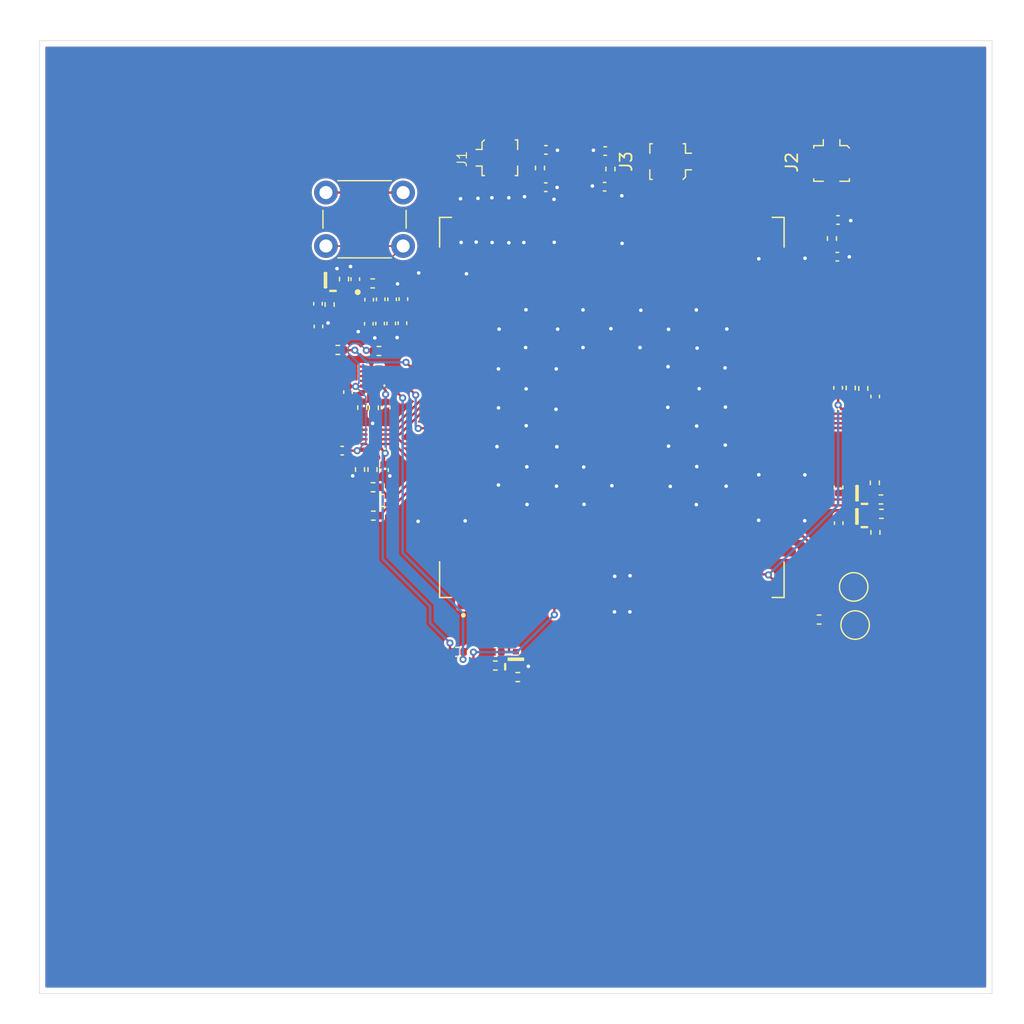
<source format=kicad_pcb>
(kicad_pcb (version 20240108) (generator "pcbnew") (generator_version "8.0")
  (layers (0 "F.Cu" signal) (1 "In1.Cu" signal) (2 "In2.Cu" signal) (31 "B.Cu" signal) (34 "B.Paste" user) (35 "F.Paste" user) (36 "B.SilkS" user "B.Silkscreen") (37 "F.SilkS" user "F.Silkscreen") (38 "B.Mask" user) (39 "F.Mask" user) (44 "Edge.Cuts" user))
  (net 0 "")
  (net 1 "GND")
  (net 2 "VDD_EXT")
  (net 3 "DCDC1")
  (net 4 "/BB-DISABLE")
  (net 5 "/BB-PWRKEY")
  (net 6 "/ANT_MAIN")
  (net 7 "/ANT_DIV")
  (net 8 "/ANT_GNSS")
  (net 9 "Net-(J3-In)")
  (net 10 "4G-VBAT")
  (net 11 "VBAT_BB")
  (net 12 "Net-(Q4-G)")
  (net 13 "Net-(Q5-G)")
  (net 14 "PCM-DOUT")
  (net 15 "/BB_PCM-DIN")
  (net 16 "/BB_PCM-DOUT")
  (net 17 "/BB_PCM-SYNC")
  (net 18 "Net-(IC1-OE)")
  (net 19 "PCM-SYNC")
  (net 20 "PCM-CLK")
  (net 21 "/BB_PCM-CLK")
  (net 22 "PCM-DIN")
  (net 23 "UART_CTS")
  (net 24 "UART_RTX")
  (net 25 "UART_TX")
  (net 26 "Net-(IC2-OE)")
  (net 27 "/BB-RX")
  (net 28 "UART_RX")
  (net 29 "/BB-TX")
  (net 30 "/BB-CTS")
  (net 31 "/BB-RTS")
  (net 32 "AP_READY")
  (net 33 "/BB-AP-READY")
  (net 34 "/BB-DTR")
  (net 35 "Net-(Q1-G)")
  (net 36 "Net-(Q2-G)")
  (net 37 "Net-(Q3-G)")
  (net 38 "Net-(U1A-STATUS)")
  (net 39 "/DP1")
  (net 40 "/DM1")
  (net 41 "Net-(R4-Pad2)")
  (net 42 "4G_RESET")
  (net 43 "4G_DISABLE")
  (net 44 "4G_PWRKEY")
  (net 45 "Net-(R20-Pad1)")
  (net 46 "ALDO2")
  (net 47 "/PL6-RI")
  (net 54 "/USIM-DATA")
  (net 59 "/USIM-VDD")
  (net 63 "/USIM-RST")
  (net 83 "Net-(U1A-USB_BOOT)")
  (net 89 "/BB-RESET")
  (net 102 "/USIM-CLK")
  (net 112 "4G_PWR_BAT")
  (net 113 "USB_DM")
  (net 114 "USB_DP")
  (net 117 "Net-(IC4-OE)")
  (net 123 "Net-(J1-In)")
  (net 124 "Net-(J2-In)")
  (net 125 "UART_DTR")
  (footprint "Connector_Coaxial:U.FL_Molex_MCRF_73412-0110_Vertical" (layer "F.Cu") (at 166.68 79.54)
    (property "Reference" "J2")
    (property "Value" "Conn_Coaxial")
  )
  (footprint "Capacitor_SMD:C_0402_1005Metric" (layer "F.Cu") (at 123.48 93.26 -90)
    (property "Reference" "C16" (hide yes))
    (property "Value" "22uF")
  )
  (footprint "Capacitor_SMD:C_0402_1005Metric" (layer "F.Cu") (at 129.135 100.09 -90)
    (property "Reference" "C5" (hide yes))
    (property "Value" "104")
  )
  (footprint "Capacitor_SMD:C_0402_1005Metric" (layer "F.Cu") (at 167.22 84.3)
    (property "Reference" "C13" (hide yes))
    (property "Value" "103")
  )
  (footprint "Capacitor_SMD:C_0402_1005Metric" (layer "F.Cu") (at 128.72 90.98 90)
    (property "Reference" "C19" (hide yes))
    (property "Value" "104")
  )
  (footprint "Resistor_SMD:R_0402_1005Metric" (layer "F.Cu") (at 169.35 98.48 90)
    (property "Reference" "R6" (hide yes))
    (property "Value" "120k")
  )
  (footprint "Capacitor_SMD:C_0402_1005Metric" (layer "F.Cu") (at 125.48 103.72 180)
    (property "Reference" "C4" (hide yes))
    (property "Value" "104")
  )
  (footprint "Resistor_SMD:R_0402_1005Metric" (layer "F.Cu") (at 127.17 100.1 -90)
    (property "Reference" "R10" (hide yes))
    (property "Value" "120k")
  )
  (footprint "Resistor_SMD:R_0402_1005Metric" (layer "F.Cu") (at 124.42 91.42 90)
    (property "Reference" "R21" (hide yes))
    (property "Value" "510k")
  )
  (footprint "Resistor_SMD:R_0402_1005Metric" (layer "F.Cu") (at 128.042 89.64 180)
    (property "Reference" "R20" (hide yes))
    (property "Value" "100k")
  )
  (footprint "TestPoint:TestPoint_Pad_D2.0mm" (layer "F.Cu") (at 168.659999 118.400001)
    (property "Reference" "TP2" (hide yes))
    (property "Value" "TestPoint")
  )
  (footprint "Resistor_SMD:R_0402_1005Metric" (layer "F.Cu") (at 148.06 80.01 90)
    (property "Reference" "R19" (hide yes))
    (property "Value" "0")
  )
  (footprint "Capacitor_SMD:C_0402_1005Metric" (layer "F.Cu") (at 167.23 98.43 90)
    (property "Reference" "C1" (hide yes))
    (property "Value" "104")
  )
  (footprint "Resistor_SMD:R_0402_1005Metric" (layer "F.Cu") (at 128.1 109.19 180)
    (property "Reference" "R3" (hide yes))
    (property "Value" "0")
  )
  (footprint "Resistor_SMD:R_0402_1005Metric" (layer "F.Cu") (at 128.14 100.11 -90)
    (property "Reference" "R9" (hide yes))
    (property "Value" "10k")
  )
  (footprint "4GMODEM:SOTFL40P120X55-3N" (layer "F.Cu") (at 168.81 109.26 180)
    (property "Reference" "Q1" (hide yes))
    (property "Value" "SSM3K35MFV_TPL3_" (hide yes))
  )
  (footprint "Capacitor_SMD:C_0402_1005Metric" (layer "F.Cu") (at 126.582 89.28 90)
    (property "Reference" "C22" (hide yes))
    (property "Value" "NC")
  )
  (footprint "Resistor_SMD:R_0402_1005Metric" (layer "F.Cu") (at 125.632 89.270001 90)
    (property "Reference" "R22" (hide yes))
    (property "Value" "510k")
  )
  (footprint "Resistor_SMD:R_0402_1005Metric" (layer "F.Cu") (at 170.37 110.6 -90)
    (property "Reference" "R12" (hide yes))
    (property "Value" "4.7k")
  )
  (footprint "Capacitor_SMD:C_0402_1005Metric" (layer "F.Cu") (at 123.44 91.35 90)
    (property "Reference" "C18" (hide yes))
    (property "Value" "104")
  )
  (footprint "Capacitor_SMD:C_0402_1005Metric" (layer "F.Cu") (at 147.62 78.5 180)
    (property "Reference" "C15" (hide yes))
    (property "Value" "103")
  )
  (footprint "Capacitor_SMD:C_0402_1005Metric" (layer "F.Cu") (at 130.55 92.99 -90)
    (property "Reference" "C26" (hide yes))
    (property "Value" "33pF")
  )
  (footprint "4GMODEM:TXB0104RUTR" (layer "F.Cu") (at 127.96 102.76 90)
    (property "Reference" "IC1" (hide yes))
    (property "Value" "TXB0104RUTR" (hide yes))
  )
  (footprint "Capacitor_SMD:C_0402_1005Metric" (layer "F.Cu") (at 127.720002 93.039999 -90)
    (property "Reference" "C23" (hide yes))
    (property "Value" "47uF")
  )
  (footprint "Resistor_SMD:R_0402_1005Metric" (layer "F.Cu") (at 135.19 120.66 180)
    (property "Reference" "R23" (hide yes))
    (property "Value" "33k")
  )
  (footprint "4GMODEM:XCVR_EG25G" (layer "F.Cu") (at 148.180001 100.08 90)
    (property "Reference" "U1" (hide yes))
    (property "Value" "EG25G")
  )
  (footprint "4GMODEM:TXB0104RUTR" (layer "F.Cu") (at 168.36 101.01 -90)
    (property "Reference" "IC4" (hide yes))
    (property "Value" "TXB0104RUTR" (hide yes))
  )
  (footprint "Capacitor_SMD:C_0402_1005Metric" (layer "F.Cu") (at 170.35 99.16 90)
    (property "Reference" "C2" (hide yes))
    (property "Value" "104")
  )
  (footprint "TestPoint:TestPoint_Pad_D2.0mm" (layer "F.Cu") (at 168.54 115.19)
    (property "Reference" "TP1" (hide yes))
    (property "Value" "TestPoint")
  )
  (footprint "Button_Switch_THT:SW_PUSH_6mm" (layer "F.Cu") (at 124.11 81.99)
    (property "Reference" "SW1" (hide yes))
    (property "Value" "SW_Push")
  )
  (footprint "Resistor_SMD:R_0402_1005Metric" (layer "F.Cu") (at 170.32 106.43 90)
    (property "Reference" "R16" (hide yes))
    (property "Value" "4.7k")
  )
  (footprint "4GMODEM:SOTFL40P120X55-3N" (layer "F.Cu") (at 140.099347 121.281637 90)
    (property "Reference" "Q2" (hide yes))
    (property "Value" "SSM3K35MFV_TPL3_" (hide yes))
  )
  (footprint "Capacitor_SMD:C_0402_1005Metric" (layer "F.Cu") (at 129 105.35 -90)
    (property "Reference" "C3" (hide yes))
    (property "Value" "104")
  )
  (footprint "Connector_Coaxial:U.FL_Molex_MCRF_73412-0110_Vertical" (layer "F.Cu") (at 152.88 79.38 -90)
    (property "Reference" "J3")
    (property "Value" "Conn_Coaxial")
  )
  (footprint "4GMODEM:SOTFL40P120X55-3N" (layer "F.Cu") (at 168.82 107.3 180)
    (property "Reference" "Q3" (hide yes))
    (property "Value" "SSM3K35MFV_TPL3_" (hide yes))
  )
  (footprint "Capacitor_SMD:C_0402_1005Metric" (layer "F.Cu") (at 142.63 78.4)
    (property "Reference" "C11" (hide yes))
    (property "Value" "103")
  )
  (footprint "Resistor_SMD:R_0402_1005Metric" (layer "F.Cu") (at 128.08 106.8)
    (property "Reference" "R2" (hide yes))
    (property "Value" "0")
  )
  (footprint "Capacitor_SMD:C_0402_1005Metric" (layer "F.Cu") (at 147.57 81.5 180)
    (property "Reference" "C14" (hide yes))
    (property "Value" "103")
  )
  (footprint "Capacitor_SMD:C_0402_1005Metric" (layer "F.Cu") (at 129.68 90.979999 90)
    (property "Reference" "C20" (hide yes))
    (property "Value" "33pF")
  )
  (footprint "Resistor_SMD:R_0402_1005Metric" (layer "F.Cu") (at 165.629999 117.94)
    (property "Reference" "R4" (hide yes))
    (property "Value" "33k")
  )
  (footprint "Capacitor_SMD:C_0402_1005Metric" (layer "F.Cu") (at 130.630002 90.959999 90)
    (property "Reference" "C21" (hide yes))
    (property "Value" "10pF")
  )
  (footprint "Resistor_SMD:R_0402_1005Metric" (layer "F.Cu") (at 126.98 105.31 -90)
    (property "Reference" "R8" (hide yes))
    (property "Value" "120k")
  )
  (footprint "Resistor_SMD:R_0402_1005Metric" (layer "F.Cu") (at 168.29 98.44 90)
    (property "Reference" "R5" (hide yes))
    (property "Value" "10k")
  )
  (footprint "Resistor_SMD:R_0402_1005Metric" (layer "F.Cu") (at 125.109999 95.24 180)
    (property "Reference" "R24" (hide yes))
    (property "Value" "33k")
  )
  (footprint "4GMODEM:TXB0104RUTR" (layer "F.Cu") (at 127.93 97.44 90)
    (property "Reference" "IC2" (hide yes))
    (property "Value" "TXB0104RUTR" (hide yes))
  )
  (footprint "Connector_Coaxial:U.FL_Molex_MCRF_73412-0110_Vertical" (layer "F.Cu") (at 138.75 79.06 90)
    (property "Reference" "J1")
    (property "Value" "Conn_Coaxial")
  )
  (footprint "Resistor_SMD:R_0402_1005Metric" (layer "F.Cu") (at 166.71 85.86 90)
    (property "Reference" "R18" (hide yes))
    (property "Value" "0")
  )
  (footprint "Resistor_SMD:R_0402_1005Metric" (layer "F.Cu") (at 142.13 79.92 90)
    (property "Reference" "R17" (hide yes))
    (property "Value" "0")
  )
  (footprint "Capacitor_SMD:C_0402_1005Metric" (layer "F.Cu") (at 128.67 93.02 -90)
    (property "Reference" "C24" (hide yes))
    (property "Value" "104")
  )
  (footprint "Capacitor_SMD:C_0402_1005Metric" (layer "F.Cu") (at 125.97 98.79 -90)
    (property "Reference" "C6" (hide yes))
    (property "Value" "104")
  )
  (footprint "Capacitor_SMD:C_0402_1005Metric" (layer "F.Cu") (at 142.62 81.54)
    (property "Reference" "C10" (hide yes))
    (property "Value" "103")
  )
  (footprint "4GMODEM:FILTER-SMD_4P-L1.2-W1.0-BL" (layer "F.Cu") (at 128.8 107.91)
    (property "Reference" "L1" (hide yes))
    (property "Value" "SDCW1210S-2-900TF")
  )
  (footprint "Capacitor_SMD:C_0402_1005Metric" (layer "F.Cu") (at 167.28 109.82 -90)
    (property "Reference" "C7" (hide yes))
    (property "Value" "103")
  )
  (footprint "Capacitor_SMD:C_0402_1005Metric" (layer "F.Cu") (at 138.4 120.67 180)
    (property "Reference" "C8" (hide yes))
    (property "Value" "103")
  )
  (footprint "4GMODEM:SOTFL40P120X55-3N" (layer "F.Cu") (at 124.071999 89.37 180)
    (property "Reference" "Q5" (hide yes))
    (property "Value" "SSM3K35MFV_TPL3_" (hide yes))
  )
  (footprint "Resistor_SMD:R_0402_1005Metric" (layer "F.Cu") (at 170.830001 107.83)
    (property "Reference" "R15" (hide yes))
    (property "Value" "47k")
  )
  (footprint "Resistor_SMD:R_0402_1005Metric" (layer "F.Cu") (at 170.87 109.04)
    (property "Reference" "R11" (hide yes))
    (property "Value" "47k")
  )
  (footprint "Resistor_SMD:R_0402_1005Metric" (layer "F.Cu") (at 128.03 105.31 -90)
    (property "Reference" "R7" (hide yes))
    (property "Value" "10k")
  )
  (footprint "Capacitor_SMD:C_0402_1005Metric" (layer "F.Cu") (at 167.16 87.39)
    (property "Reference" "C12" (hide yes))
    (property "Value" "103")
  )
  (footprint "Capacitor_SMD:C_0402_1005Metric" (layer "F.Cu") (at 129.61 93.009998 -90)
    (property "Reference" "C25" (hide yes))
    (property "Value" "33pF")
  )
  (footprint "Resistor_SMD:R_0402_1005Metric" (layer "F.Cu") (at 138.37 121.81 180)
    (property "Reference" "R13" (hide yes))
    (property "Value" "47k")
  )
  (footprint "Resistor_SMD:R_0402_1005Metric" (layer "F.Cu") (at 128.57 95.33 180)
    (property "Reference" "R1" (hide yes))
    (property "Value" "33k")
  )
  (footprint "4GMODEM:DFN-6L_L2.0-W2.0-P0.65-BL_WPM1481-6" (layer "F.Cu") (at 126.055 91.925 180)
    (property "Reference" "Q4" (hide yes))
    (property "Value" "WPM1481-6/TR")
  )
  (footprint "Capacitor_SMD:C_0402_1005Metric" (layer "F.Cu") (at 127.75 91.009999 90)
    (property "Reference" "C17" (hide yes))
    (property "Value" "47uF")
  )
  (footprint "Resistor_SMD:R_0402_1005Metric" (layer "F.Cu") (at 140.26 122.78)
    (property "Reference" "R14" (hide yes))
    (property "Value" "4.7k")
  )
  (footprint "Capacitor_SMD:C_0402_1005Metric" (layer "F.Cu") (at 167.27 106.81 90)
    (property "Reference" "C9" (hide yes))
    (property "Value" "103")
  )
  (gr_rect (start 99.99 69.21) (end 180.19 149.42) (stroke (width 0.05)) (fill none) (layer "Edge.Cuts"))
  (segment (start 129 105.83) (end 129.47 105.83) (width 0.127) (layer "F.Cu") (net 1))
  (segment (start 128.037774 101.423113) (end 127.96 101.500887) (width 0.2) (layer "F.Cu") (net 1))
  (segment (start 127.76 90.51) (end 127.75 90.519999) (width 0.2) (layer "F.Cu") (net 1))
  (segment (start 127.96 101.500887) (end 127.96 101.96) (width 0.2) (layer "F.Cu") (net 1))
  (segment (start 126.380001 105.819999) (end 126.36 105.84) (width 0.127) (layer "F.Cu") (net 1))
  (segment (start 130.59 90.51) (end 127.76 90.51) (width 0.2) (layer "F.Cu") (net 1))
  (segment (start 126.98 105.819999) (end 126.380001 105.819999) (width 0.127) (layer "F.Cu") (net 1))
  (segment (start 129.47 105.83) (end 129.49 105.85) (width 0.127) (layer "F.Cu") (net 1))
  (via (at 141.02 105.08) (size 0.6) (drill 0.3) (layers "F.Cu" "B.Cu") (net 1))
  (via (at 146.63 78.43) (size 0.6) (drill 0.3) (layers "F.Cu" "B.Cu") (net 1))
  (via (at 155.32 101.65) (size 0.6) (drill 0.3) (layers "F.Cu" "B.Cu") (net 1))
  (via (at 145.81 105.1) (size 0.6) (drill 0.3) (layers "F.Cu" "B.Cu") (net 1))
  (via (at 153.1 106.73) (size 0.6) (drill 0.3) (layers "F.Cu" "B.Cu") (net 1))
  (via (at 128.037774 101.423113) (size 0.6) (drill 0.3) (layers "F.Cu" "B.Cu") (net 1))
  (via (at 143.55 103.39) (size 0.6) (drill 0.3) (layers "F.Cu" "B.Cu") (net 1))
  (via (at 149.7 117.29) (size 0.6) (drill 0.3) (layers "F.Cu" "B.Cu") (net 1))
  (via (at 136.91 82.48) (size 0.6) (drill 0.3) (layers "F.Cu" "B.Cu") (net 1))
  (via (at 131.92 88.76) (size 0.6) (drill 0.3) (layers "F.Cu" "B.Cu") (net 1))
  (via (at 143.48 100.24) (size 0.6) (drill 0.3) (layers "F.Cu" "B.Cu") (net 1))
  (via (at 155.29 91.87) (size 0.6) (drill 0.3) (layers "F.Cu" "B.Cu") (net 1))
  (via (at 152.95 103.34) (size 0.6) (drill 0.3) (layers "F.Cu" "B.Cu") (net 1))
  (via (at 145.75 91.87) (size 0.6) (drill 0.3) (layers "F.Cu" "B.Cu") (net 1))
  (via (at 135.44 82.51) (size 0.6) (drill 0.3) (layers "F.Cu" "B.Cu") (net 1))
  (via (at 138.69 93.49) (size 0.6) (drill 0.3) (layers "F.Cu" "B.Cu") (net 1))
  (via (at 125.04 88.39) (size 0.6) (drill 0.3) (layers "F.Cu" "B.Cu") (net 1))
  (via (at 143.62 93.49) (size 0.6) (drill 0.3) (layers "F.Cu" "B.Cu") (net 1))
  (via (at 138.63 96.84) (size 0.6) (drill 0.3) (layers "F.Cu" "B.Cu") (net 1))
  (via (at 160.54 109.58) (size 0.6) (drill 0.3) (layers "F.Cu" "B.Cu") (net 1))
  (via (at 135.49 86.19) (size 0.6) (drill 0.3) (layers "F.Cu" "B.Cu") (net 1))
  (via (at 168.17 87.4) (size 0.6) (drill 0.3) (layers "F.Cu" "B.Cu") (net 1))
  (via (at 155.33 105.06) (size 0.6) (drill 0.3) (layers "F.Cu" "B.Cu") (net 1))
  (via (at 149.71 114.25) (size 0.6) (drill 0.3) (layers "F.Cu" "B.Cu") (net 1))
  (via (at 143.33 86.18) (size 0.6) (drill 0.3) (layers "F.Cu" "B.Cu") (net 1))
  (via (at 138.1 86.2) (size 0.6) (drill 0.3) (layers "F.Cu" "B.Cu") (net 1))
  (via (at 126.18 88.22) (size 0.6) (drill 0.3) (layers "F.Cu" "B.Cu") (net 1))
  (via (at 157.71 96.75) (size 0.6) (drill 0.3) (layers "F.Cu" "B.Cu") (net 1))
  (via (at 143.6 78.43) (size 0.6) (drill 0.3) (layers "F.Cu" "B.Cu") (net 1))
  (via (at 140.96 98.52) (size 0.6) (drill 0.3) (layers "F.Cu" "B.Cu") (net 1))
  (via (at 138.64 100.12) (size 0.6) (drill 0.3) (layers "F.Cu" "B.Cu") (net 1))
  (via (at 152.91 96.65) (size 0.6) (drill 0.3) (layers "F.Cu" "B.Cu") (net 1))
  (via (at 139.51 82.43) (size 0.6) (drill 0.3) (layers "F.Cu" "B.Cu") (net 1))
  (via (at 155.53 98.51) (size 0.6) (drill 0.3) (layers "F.Cu" "B.Cu") (net 1))
  (via (at 157.73 103.25) (size 0.6) (drill 0.3) (layers "F.Cu" "B.Cu") (net 1))
  (via (at 140.95 91.86) (size 0.6) (drill 0.3) (layers "F.Cu" "B.Cu") (net 1))
  (via (at 124.29 92.97) (size 0.6) (drill 0.3) (layers "F.Cu" "B.Cu") (net 1))
  (via (at 148.42 114.3) (size 0.6) (drill 0.3) (layers "F.Cu" "B.Cu") (net 1))
  (via (at 160.55 87.57) (size 0.6) (drill 0.3) (layers "F.Cu" "B.Cu") (net 1))
  (via (at 152.89 100.07) (size 0.6) (drill 0.3) (layers "F.Cu" "B.Cu") (net 1))
  (via (at 126.36 105.84) (size 0.6) (drill 0.3) (layers "F.Cu" "B.Cu") (net 1))
  (via (at 131.87 109.67) (size 0.6) (drill 0.3) (layers "F.Cu" "B.Cu") (net 1))
  (via (at 145.75 95.04) (size 0.6) (drill 0.3) (layers "F.Cu" "B.Cu") (net 1))
  (via (at 155.29 108.26) (size 0.6) (drill 0.3) (layers "F.Cu" "B.Cu") (net 1))
  (via (at 164.42 109.62) (size 0.6) (drill 0.3) (layers "F.Cu" "B.Cu") (net 1))
  (via (at 168.29 84.35) (size 0.6) (drill 0.3) (layers "F.Cu" "B.Cu") (net 1))
  (via (at 136.76 86.16) (size 0.6) (drill 0.3) (layers "F.Cu" "B.Cu") (net 1))
  (via (at 140.97 101.62) (size 0.6) (drill 0.3) (layers "F.Cu" "B.Cu") (net 1))
  (via (at 152.95 93.51) (size 0.6) (drill 0.3) (layers "F.Cu" "B.Cu") (net 1))
  (via (at 149.02 82.26) (size 0.6) (drill 0.3) (layers "F.Cu" "B.Cu") (net 1))
  (via (at 164.44 87.52) (size 0.6) (drill 0.3) (layers "F.Cu" "B.Cu") (net 1))
  (via (at 129.49 105.85) (size 0.6) (drill 0.3) (layers "F.Cu" "B.Cu") (net 1))
  (via (at 126.83 93.7) (size 0.6) (drill 0.3) (layers "F.Cu" "B.Cu") (net 1))
  (via (at 140.83 82.34) (size 0.6) (drill 0.3) (layers "F.Cu" "B.Cu") (net 1))
  (via (at 143.52 106.71) (size 0.6) (drill 0.3) (layers "F.Cu" "B.Cu") (net 1))
  (via (at 130.1 94.2) (size 0.6) (drill 0.3) (layers "F.Cu" "B.Cu") (net 1))
  (via (at 135.83 109.63) (size 0.6) (drill 0.3) (layers "F.Cu" "B.Cu") (net 1))
  (via (at 128.22 94.23) (size 0.6) (drill 0.3) (layers "F.Cu" "B.Cu") (net 1))
  (via (at 157.74 100.05) (size 0.6) (drill 0.3) (layers "F.Cu" "B.Cu") (net 1))
  (via (at 160.55 105.75) (size 0.6) (drill 0.3) (layers "F.Cu" "B.Cu") (net 1))
  (via (at 150.62 91.9) (size 0.6) (drill 0.3) (layers "F.Cu" "B.Cu") (net 1))
  (via (at 148.18 106.67) (size 0.6) (drill 0.3) (layers "F.Cu" "B.Cu") (net 1))
  (via (at 141.04 108.25) (size 0.6) (drill 0.3) (layers "F.Cu" "B.Cu") (net 1))
  (via (at 138.08 82.43) (size 0.6) (drill 0.3) (layers "F.Cu" "B.Cu") (net 1))
  (via (at 135.94 88.83) (size 0.6) (drill 0.3) (layers "F.Cu" "B.Cu") (net 1))
  (via (at 145.84 108.24) (size 0.6) (drill 0.3) (layers "F.Cu" "B.Cu") (net 1))
  (via (at 138.63 106.61) (size 0.6) (drill 0.3) (layers "F.Cu" "B.Cu") (net 1))
  (via (at 155.36 95.09) (size 0.6) (drill 0.3) (layers "F.Cu" "B.Cu") (net 1))
  (via (at 130.14 89.68) (size 0.6) (drill 0.3) (layers "F.Cu" "B.Cu") (net 1))
  (via (at 157.8 106.71) (size 0.6) (drill 0.3) (layers "F.Cu" "B.Cu") (net 1))
  (via (at 143.5 96.84) (size 0.6) (drill 0.3) (layers "F.Cu" "B.Cu") (net 1))
  (via (at 141.15 121.88) (size 0.6) (drill 0.3) (layers "F.Cu" "B.Cu") (net 1))
  (via (at 164.43 105.76) (size 0.6) (drill 0.3) (layers "F.Cu" "B.Cu") (net 1))
  (via (at 146.54 81.44) (size 0.6) (drill 0.3) (layers "F.Cu" "B.Cu") (net 1))
  (via (at 157.86 93.48) (size 0.6) (drill 0.3) (layers "F.Cu" "B.Cu") (net 1))
  (via (at 139.51 86.22) (size 0.6) (drill 0.3) (layers "F.Cu" "B.Cu") (net 1))
  (via (at 140.77 86.2) (size 0.6) (drill 0.3) (layers "F.Cu" "B.Cu") (net 1))
  (via (at 148.1 93.45) (size 0.6) (drill 0.3) (layers "F.Cu" "B.Cu") (net 1))
  (via (at 150.55 95.04) (size 0.6) (drill 0.3) (layers "F.Cu" "B.Cu") (net 1))
  (via (at 138.51 103.38) (size 0.6) (drill 0.3) (layers "F.Cu" "B.Cu") (net 1))
  (via (at 140.92 95.04) (size 0.6) (drill 0.3) (layers "F.Cu" "B.Cu") (net 1))
  (via (at 149.04 86.27) (size 0.6) (drill 0.3) (layers "F.Cu" "B.Cu") (net 1))
  (via (at 143.57 81.56) (size 0.6) (drill 0.3) (layers "F.Cu" "B.Cu") (net 1))
  (via (at 143.31 82.56) (size 0.6) (drill 0.3) (layers "F.Cu" "B.Cu") (net 1))
  (via (at 148.4 117.29) (size 0.6) (drill 0.3) (layers "F.Cu" "B.Cu") (net 1))
  (segment (start 129.135 98.645) (end 128.73 98.24) (width 0.2) (layer "F.Cu") (net 2))
  (segment (start 143.380001 115.83) (end 143.380001 114.829999) (width 0.2) (layer "F.Cu") (net 2))
  (segment (start 134.55 120.529999) (end 134.680001 120.66) (width 0.2) (layer "F.Cu") (net 2))
  (segment (start 134.680001 120.66) (end 134.680001 121.16853) (width 0.2) (layer "F.Cu") (net 2))
  (segment (start 135.95 121.89) (end 136.529264 121.310736) (width 0.2) (layer "F.Cu") (net 2))
  (segment (start 146.330001 112.23) (end 146.500001 112.06) (width 0.2) (layer "F.Cu") (net 2))
  (segment (start 129 103.83) (end 129.1 103.93) (width 0.2) (layer "F.Cu") (net 2))
  (segment (start 144.08 114.13) (end 145.830001 114.13) (width 0.2) (layer "F.Cu") (net 2))
  (segment (start 165.12 117.94) (end 161.36 114.18) (width 0.2) (layer "F.Cu") (net 2))
  (segment (start 167.23 99.88) (end 167.56 100.21) (width 0.2) (layer "F.Cu") (net 2))
  (segment (start 143.380001 114.829999) (end 144.08 114.13) (width 0.2) (layer "F.Cu") (net 2))
  (segment (start 128.03 105.819999) (end 128.050001 105.819999) (width 0.127) (layer "F.Cu") (net 2))
  (segment (start 129.135 98.98) (end 129.135 98.645) (width 0.2) (layer "F.Cu") (net 2))
  (segment (start 136.529264 121.310736) (end 136.529264 120.679264) (width 0.2) (layer "F.Cu") (net 2))
  (segment (start 143.34 117.53) (end 143.34 115.870001) (width 0.2) (layer "F.Cu") (net 2))
  (segment (start 153.93 112.06) (end 154.11 112.24) (width 0.2) (layer "F.Cu") (net 2))
  (segment (start 129 104.87) (end 129 103.8) (width 0.2) (layer "F.Cu") (net 2))
  (segment (start 167.23 98.91) (end 167.310001 98.91) (width 0.2) (layer "F.Cu") (net 2))
  (segment (start 167.23 98.91) (end 167.23 99.88) (width 0.2) (layer "F.Cu") (net 2))
  (segment (start 154.36 114.13) (end 161.31 114.13) (width 0.2) (layer "F.Cu") (net 2))
  (segment (start 146.330001 113.63) (end 146.330001 112.23) (width 0.2) (layer "F.Cu") (net 2))
  (segment (start 129 103.8) (end 129 103.83) (width 0.2) (layer "F.Cu") (net 2))
  (segment (start 161.31 114.13) (end 161.36 114.18) (width 0.2) (layer "F.Cu") (net 2))
  (segment (start 167.310001 98.91) (end 168.29 97.930001) (width 0.2) (layer "F.Cu") (net 2))
  (segment (start 128.14 100.605) (end 129.135 99.61) (width 0.127) (layer "F.Cu") (net 2))
  (segment (start 128.14 100.619999) (end 128.14 100.605) (width 0.127) (layer "F.Cu") (net 2))
  (segment (start 154.11 113.88) (end 154.36 114.13) (width 0.2) (layer "F.Cu") (net 2))
  (segment (start 146.500001 112.06) (end 153.93 112.06) (width 0.2) (layer "F.Cu") (net 2))
  (segment (start 134.55 119.91) (end 134.55 120.529999) (width 0.2) (layer "F.Cu") (net 2))
  (segment (start 135.401471 121.89) (end 135.95 121.89) (width 0.2) (layer "F.Cu") (net 2))
  (segment (start 129.135 99.61) (end 129.135 98.98) (width 0.2) (layer "F.Cu") (net 2))
  (segment (start 154.11 112.24) (end 154.11 113.88) (width 0.2) (layer "F.Cu") (net 2))
  (segment (start 129 103.8) (end 128.76 103.56) (width 0.2) (layer "F.Cu") (net 2))
  (segment (start 134.680001 121.16853) (end 135.401471 121.89) (width 0.2) (layer "F.Cu") (net 2))
  (segment (start 128.050001 105.819999) (end 129 104.87) (width 0.127) (layer "F.Cu") (net 2))
  (segment (start 145.830001 114.13) (end 146.330001 113.63) (width 0.2) (layer "F.Cu") (net 2))
  (segment (start 143.34 115.870001) (end 143.380001 115.83) (width 0.2) (layer "F.Cu") (net 2))
  (via (at 129.1 103.93) (size 0.6) (drill 0.3) (layers "F.Cu" "B.Cu") (net 2))
  (via (at 143.34 117.53) (size 0.6) (drill 0.3) (layers "F.Cu" "B.Cu") (net 2))
  (via (at 167.23 99.88) (size 0.6) (drill 0.3) (layers "F.Cu" "B.Cu") (net 2))
  (via (at 134.55 119.91) (size 0.6) (drill 0.3) (layers "F.Cu" "B.Cu") (net 2))
  (via (at 136.529264 120.679264) (size 0.6) (drill 0.3) (layers "F.Cu" "B.Cu") (net 2))
  (via (at 161.36 114.18) (size 0.6) (drill 0.3) (layers "F.Cu" "B.Cu") (net 2))
  (via (at 129.135 98.98) (size 0.6) (drill 0.3) (layers "F.Cu" "B.Cu") (net 2))
  (segment (start 136.529264 120.679264) (end 140.190736 120.679264) (width 0.2) (layer "B.Cu") (net 2))
  (segment (start 132.88 116.83) (end 132.88 118.24) (width 0.2) (layer "B.Cu") (net 2))
  (segment (start 128.89 104.14) (end 128.89 112.84) (width 0.2) (layer "B.Cu") (net 2))
  (segment (start 167.23 108.31) (end 161.36 114.18) (width 0.2) (layer "B.Cu") (net 2))
  (segment (start 129.1 103.93) (end 129.135 103.895) (width 0.2) (layer "B.Cu") (net 2))
  (segment (start 128.89 112.84) (end 132.88 116.83) (width 0.2) (layer "B.Cu") (net 2))
  (segment (start 167.23 99.88) (end 167.23 108.31) (width 0.2) (layer "B.Cu") (net 2))
  (segment (start 129.1 103.93) (end 128.89 104.14) (width 0.2) (layer "B.Cu") (net 2))
  (segment (start 140.190736 120.679264) (end 143.34 117.53) (width 0.2) (layer "B.Cu") (net 2))
  (segment (start 132.88 118.24) (end 134.55 119.91) (width 0.2) (layer "B.Cu") (net 2))
  (segment (start 129.135 103.895) (end 129.135 98.98) (width 0.2) (layer "B.Cu") (net 2))
  (segment (start 126.61 98.31) (end 127.21 98.31) (width 0.2) (layer "F.Cu") (net 3))
  (segment (start 169.58 99.64) (end 170.35 99.64) (width 0.2) (layer "F.Cu") (net 3))
  (segment (start 125.96 103.72) (end 126.74 103.72) (width 0.2) (layer "F.Cu") (net 3))
  (segment (start 128.060001 95.33) (end 127.56 95.33) (width 0.127) (layer "F.Cu") (net 3))
  (segment (start 127.21 98.31) (end 127.28 98.24) (width 0.2) (layer "F.Cu") (net 3))
  (segment (start 125.97 98.31) (end 126.61 98.31) (width 0.2) (layer "F.Cu") (net 3))
  (segment (start 126.74 103.72) (end 127.15 103.72) (width 0.2) (layer "F.Cu") (net 3))
  (segment (start 127.15 103.72) (end 127.31 103.56) (width 0.2) (layer "F.Cu") (net 3))
  (segment (start 169.01 100.21) (end 169.58 99.64) (width 0.2) (layer "F.Cu") (net 3))
  (segment (start 127.56 95.33) (end 127.51 95.28) (width 0.127) (layer "F.Cu") (net 3))
  (via (at 126.61 98.31) (size 0.6) (drill 0.3) (layers "F.Cu" "B.Cu") (net 3))
  (via (at 127.51 95.28) (size 0.6) (drill 0.3) (layers "F.Cu" "B.Cu") (net 3))
  (via (at 126.74 103.72) (size 0.6) (drill 0.3) (layers "F.Cu" "B.Cu") (net 3))
  (segment (start 125.9765 95.49341) (end 126.87309 96.39) (width 0.127) (layer "B.Cu") (net 3))
  (segment (start 127.51 95.28) (end 126.9265 94.6965) (width 0.127) (layer "B.Cu") (net 3))
  (segment (start 127.47 99.18) (end 127.47 102.99) (width 0.127) (layer "B.Cu") (net 3))
  (segment (start 126.9265 94.6965) (end 126.30659 94.6965) (width 0.127) (layer "B.Cu") (net 3))
  (segment (start 126.61 98.31) (end 126.61 98.32) (width 0.127) (layer "B.Cu") (net 3))
  (segment (start 126.89 96.39) (end 126.89 98.03) (width 0.127) (layer "B.Cu") (net 3))
  (segment (start 126.30659 94.6965) (end 125.9765 95.02659) (width 0.127) (layer "B.Cu") (net 3))
  (segment (start 126.87309 96.39) (end 126.89 96.39) (width 0.127) (layer "B.Cu") (net 3))
  (segment (start 126.89 98.03) (end 126.61 98.31) (width 0.127) (layer "B.Cu") (net 3))
  (segment (start 127.47 102.99) (end 126.74 103.72) (width 0.127) (layer "B.Cu") (net 3))
  (segment (start 126.61 98.32) (end 127.47 99.18) (width 0.127) (layer "B.Cu") (net 3))
  (segment (start 125.9765 95.02659) (end 125.9765 95.49341) (width 0.127) (layer "B.Cu") (net 3))
  (segment (start 139.480001 119.149999) (end 139.480001 115.83) (width 0.2) (layer "F.Cu") (net 4))
  (segment (start 138.88 120.67) (end 139.52 120.67) (width 0.2) (layer "F.Cu") (net 4))
  (segment (start 140.078985 120.67) (end 140.099347 120.649638) (width 0.2) (layer "F.Cu") (net 4))
  (segment (start 139.52 119.189998) (end 139.480001 119.149999) (width 0.2) (layer "F.Cu") (net 4))
  (segment (start 139.52 120.67) (end 139.52 119.189998) (width 0.2) (layer "F.Cu") (net 4))
  (segment (start 139.52 120.67) (end 140.078985 120.67) (width 0.2) (layer "F.Cu") (net 4))
  (segment (start 167.250002 107.34) (end 167.82 107.34) (width 0.2) (layer "F.Cu") (net 5))
  (segment (start 167.76 107.83) (end 165.15 107.83) (width 0.2) (layer "F.Cu") (net 5))
  (segment (start 164.35 107.03) (end 162.430002 107.03) (width 0.2) (layer "F.Cu") (net 5))
  (segment (start 162.430002 107.03) (end 162.470002 107.07) (width 0.2) (layer "F.Cu") (net 5))
  (segment (start 167.82 107.34) (end 167.82 107.77) (width 0.2) (layer "F.Cu") (net 5))
  (segment (start 167.82 107.77) (end 167.76 107.83) (width 0.2) (layer "F.Cu") (net 5))
  (segment (start 167.82 107.34) (end 168.148001 107.34) (width 0.2) (layer "F.Cu") (net 5))
  (segment (start 168.148001 107.34) (end 168.188 107.300001) (width 0.2) (layer "F.Cu") (net 5))
  (segment (start 165.15 107.83) (end 164.35 107.03) (width 0.2) (layer "F.Cu") (net 5))
  (segment (start 142.080001 80.479998) (end 142.13 80.429999) (width 0.2) (layer "F.Cu") (net 6))
  (segment (start 142.080001 84.33) (end 142.080001 80.479998) (width 0.2) (layer "F.Cu") (net 6))
  (segment (start 165.58 88.83) (end 166.71 87.7) (width 0.2) (layer "F.Cu") (net 7))
  (segment (start 166.71 87.7) (end 166.71 86.369999) (width 0.2) (layer "F.Cu") (net 7))
  (segment (start 162.430001 88.83) (end 165.58 88.83) (width 0.2) (layer "F.Cu") (net 7))
  (segment (start 147.780001 84.33) (end 148.06 84.050001) (width 0.2) (layer "F.Cu") (net 8))
  (segment (start 148.06 84.050001) (end 148.06 80.519999) (width 0.2) (layer "F.Cu") (net 8))
  (segment (start 148.1 78.5) (end 148.1 78.42) (width 0.2) (layer "F.Cu") (net 9))
  (segment (start 148.1 78.42) (end 148.71 77.81) (width 0.2) (layer "F.Cu") (net 9))
  (segment (start 148.06 79.500001) (end 148.06 78.54) (width 0.2) (layer "F.Cu") (net 9))
  (segment (start 149.78 78.42) (end 149.78 78.86) (width 0.2) (layer "F.Cu") (net 9))
  (segment (start 149.17 77.81) (end 149.78 78.42) (width 0.2) (layer "F.Cu") (net 9))
  (segment (start 148.06 78.54) (end 148.1 78.5) (width 0.2) (layer "F.Cu") (net 9))
  (segment (start 148.71 77.81) (end 149.17 77.81) (width 0.2) (layer "F.Cu") (net 9))
  (segment (start 150.3 79.38) (end 151.38 79.38) (width 0.2) (layer "F.Cu") (net 9))
  (segment (start 149.78 78.86) (end 150.3 79.38) (width 0.2) (layer "F.Cu") (net 9))
  (segment (start 125.395001 91.925) (end 124.424999 91.925) (width 0.4) (layer "F.Cu") (net 10))
  (segment (start 123.48 92.27) (end 123.44 92.23) (width 0.6) (layer "F.Cu") (net 10))
  (segment (start 123.48 92.78) (end 123.48 92.27) (width 0.6) (layer "F.Cu") (net 10))
  (segment (start 124.42 91.929999) (end 123.940001 91.929999) (width 0.6) (layer "F.Cu") (net 10))
  (segment (start 125.415 92.865) (end 125.415 91.944999) (width 0.4) (layer "F.Cu") (net 10))
  (segment (start 125.415 91.944999) (end 125.395001 91.925) (width 0.4) (layer "F.Cu") (net 10))
  (segment (start 124.424999 91.925) (end 124.42 91.929999) (width 0.4) (layer "F.Cu") (net 10))
  (segment (start 123.940001 91.929999) (end 123.54 92.33) (width 0.6) (layer "F.Cu") (net 10))
  (segment (start 123.44 92.23) (end 123.44 91.83) (width 0.6) (layer "F.Cu") (net 10))
  (segment (start 123.54 92.33) (end 123.44 92.23) (width 0.6) (layer "F.Cu") (net 10))
  (segment (start 133.93 94.03) (end 132.41 94.03) (width 0.8) (layer "F.Cu") (net 11))
  (segment (start 126.065 92.864999) (end 126.065 92.195) (width 0.4) (layer "F.Cu") (net 11))
  (segment (start 131.66 91.93) (end 131.66 91.34) (width 0.8) (layer "F.Cu") (net 11))
  (segment (start 133.930001 92.73) (end 131.69 92.73) (width 0.8) (layer "F.Cu") (net 11))
  (segment (start 131.655 91.925) (end 131.66 91.93) (width 0.8) (layer "F.Cu") (net 11))
  (segment (start 126.065 92.195) (end 126.335 91.925) (width 0.4) (layer "F.Cu") (net 11))
  (segment (start 135.24 94.03) (end 133.93 94.03) (width 0.2) (layer "F.Cu") (net 11))
  (segment (start 131.66 92.7) (end 131.66 91.93) (width 0.8) (layer "F.Cu") (net 11))
  (segment (start 131.69 92.73) (end 131.66 92.7) (width 0.8) (layer "F.Cu") (net 11))
  (segment (start 126.715 91.545) (end 126.335 91.925) (width 0.4) (layer "F.Cu") (net 11))
  (segment (start 135.480001 94.270001) (end 135.24 94.03) (width 0.2) (layer "F.Cu") (net 11))
  (segment (start 134.78 108.33) (end 135.480001 107.629999) (width 0.2) (layer "F.Cu") (net 11))
  (segment (start 126.065 90.985001) (end 126.065 91.655) (width 0.4) (layer "F.Cu") (net 11))
  (segment (start 127.770001 92.509999) (end 127.720001 92.559999) (width 0.4) (layer "F.Cu") (net 11))
  (segment (start 130.63 91.44) (end 127.800001 91.44) (width 0.4) (layer "F.Cu") (net 11))
  (segment (start 127.800001 91.44) (end 127.75 91.49) (width 0.4) (layer "F.Cu") (net 11))
  (segment (start 126.715 90.985) (end 126.715 91.545) (width 0.4) (layer "F.Cu") (net 11))
  (segment (start 131.75 91.43) (end 131.66 91.34) (width 0.8) (layer "F.Cu") (net 11))
  (segment (start 133.930001 91.43) (end 131.75 91.43) (width 0.8) (layer "F.Cu") (net 11))
  (segment (start 133.93 108.33) (end 134.78 108.33) (width 0.2) (layer "F.Cu") (net 11))
  (segment (start 130.550001 92.509999) (end 127.770001 92.509999) (width 0.4) (layer "F.Cu") (net 11))
  (segment (start 126.065 91.655) (end 126.335 91.925) (width 0.4) (layer "F.Cu") (net 11))
  (segment (start 131.66 91.34) (end 131.66 91.12) (width 0.8) (layer "F.Cu") (net 11))
  (segment (start 135.480001 107.629999) (end 135.480001 94.270001) (width 0.2) (layer "F.Cu") (net 11))
  (segment (start 127.760001 91.47) (end 127.750002 91.479999) (width 0.2) (layer "F.Cu") (net 11))
  (segment (start 126.715 92.865) (end 126.715 92.305) (width 0.4) (layer "F.Cu") (net 11))
  (segment (start 132.41 94.03) (end 131.66 93.28) (width 0.8) (layer "F.Cu") (net 11))
  (segment (start 126.715 92.305) (end 126.335 91.925) (width 0.4) (layer "F.Cu") (net 11))
  (segment (start 131.66 93.28) (end 131.66 92.7) (width 0.8) (layer "F.Cu") (net 11))
  (segment (start 131.66 91.12) (end 132.65 90.13) (width 0.8) (layer "F.Cu") (net 11))
  (segment (start 126.335 91.925) (end 131.655 91.925) (width 0.8) (layer "F.Cu") (net 11))
  (segment (start 132.65 90.13) (end 133.930001 90.13) (width 0.8) (layer "F.Cu") (net 11))
  (segment (start 125.3 90.87) (end 125.415 90.985) (width 0.127) (layer "F.Cu") (net 12))
  (segment (start 123.44 90.87) (end 125.3 90.87) (width 0.127) (layer "F.Cu") (net 12))
  (segment (start 123.44 89.37) (end 123.44 90.87) (width 0.4) (layer "F.Cu") (net 12))
  (segment (start 124.714 89.760001) (end 124.704 89.77) (width 0.2) (layer "F.Cu") (net 13))
  (segment (start 127.532 89.64) (end 126.702 89.64) (width 0.2) (layer "F.Cu") (net 13))
  (segment (start 126.582 89.76) (end 124.714 89.760001) (width 0.2) (layer "F.Cu") (net 13))
  (segment (start 125.652 89.76) (end 125.632 89.78) (width 0.2) (layer "F.Cu") (net 13))
  (segment (start 126.582 89.76) (end 125.652 89.76) (width 0.2) (layer "F.Cu") (net 13))
  (segment (start 126.702 89.64) (end 126.582 89.76) (width 0.2) (layer "F.Cu") (net 13))
  (segment (start 167.71 101.81) (end 166.6 101.81) (width 0.2) (layer "F.Cu") (net 15))
  (segment (start 165.28 103.13) (end 162.430001 103.13) (width 0.2) (layer "F.Cu") (net 15))
  (segment (start 166.6 101.81) (end 165.28 103.13) (width 0.2) (layer "F.Cu") (net 15))
  (segment (start 165.59 101.41) (end 165.170001 101.829999) (width 0.2) (layer "F.Cu") (net 16))
  (segment (start 165.170001 101.829999) (end 162.430001 101.829999) (width 0.2) (layer "F.Cu") (net 16))
  (segment (start 167.71 101.41) (end 165.59 101.41) (width 0.2) (layer "F.Cu") (net 16))
  (segment (start 165.44 101.01) (end 164.96 100.53) (width 0.2) (layer "F.Cu") (net 17))
  (segment (start 164.96 100.53) (end 162.430002 100.53) (width 0.2) (layer "F.Cu") (net 17))
  (segment (start 167.71 101.01) (end 165.44 101.01) (width 0.2) (layer "F.Cu") (net 17))
  (segment (start 126.99 104.77) (end 126.98 104.78) (width 0.2) (layer "F.Cu") (net 18))
  (segment (start 127.46 104.29) (end 127.46 104.77) (width 0.2) (layer "F.Cu") (net 18))
  (segment (start 127.46 104.77) (end 126.99 104.77) (width 0.2) (layer "F.Cu") (net 18))
  (segment (start 127.960002 104.77) (end 127.46 104.77) (width 0.2) (layer "F.Cu") (net 18))
  (segment (start 127.96 103.56) (end 127.96 103.79) (width 0.2) (layer "F.Cu") (net 18))
  (segment (start 127.96 103.79) (end 127.46 104.29) (width 0.2) (layer "F.Cu") (net 18))
  (segment (start 166.47 100.61) (end 165.09 99.23) (width 0.2) (layer "F.Cu") (net 21))
  (segment (start 165.09 99.23) (end 162.430001 99.23) (width 0.2) (layer "F.Cu") (net 21))
  (segment (start 167.71 100.61) (end 166.47 100.61) (width 0.2) (layer "F.Cu") (net 21))
  (segment (start 127.93 98.77) (end 127.67 99.03) (width 0.2) (layer "F.Cu") (net 26))
  (segment (start 127.67 99.600001) (end 127.204999 99.600001) (width 0.2) (layer "F.Cu") (net 26))
  (segment (start 128.155 99.600001) (end 127.67 99.600001) (width 0.2) (layer "F.Cu") (net 26))
  (segment (start 127.93 98.24) (end 127.93 98.77) (width 0.2) (layer "F.Cu") (net 26))
  (segment (start 127.67 99.03) (end 127.67 99.600001) (width 0.2) (layer "F.Cu") (net 26))
  (segment (start 127.204999 99.600001) (end 127.185 99.580002) (width 0.2) (layer "F.Cu") (net 26))
  (segment (start 129.59 101.96) (end 132.32 99.23) (width 0.2) (layer "F.Cu") (net 27))
  (segment (start 132.32 99.23) (end 133.930001 99.23) (width 0.2) (layer "F.Cu") (net 27))
  (segment (start 128.61 101.96) (end 129.59 101.96) (width 0.2) (layer "F.Cu") (net 27))
  (segment (start 132.14 100.53) (end 133.93 100.53) (width 0.2) (layer "F.Cu") (net 29))
  (segment (start 128.61 102.36) (end 130.31 102.36) (width 0.2) (layer "F.Cu") (net 29))
  (segment (start 130.31 102.36) (end 132.14 100.53) (width 0.2) (layer "F.Cu") (net 29))
  (segment (start 131.13 104.43) (end 133.930001 104.43) (width 0.2) (layer "F.Cu") (net 30))
  (segment (start 128.61 103.16) (end 129.86 103.16) (width 0.2) (layer "F.Cu") (net 30))
  (segment (start 129.86 103.16) (end 131.13 104.43) (width 0.2) (layer "F.Cu") (net 30))
  (segment (start 130.6 103.13) (end 133.930001 103.13) (width 0.2) (layer "F.Cu") (net 31))
  (segment (start 130.23 102.76) (end 130.6 103.13) (width 0.2) (layer "F.Cu") (net 31))
  (segment (start 128.61 102.76) (end 130.23 102.76) (width 0.2) (layer "F.Cu") (net 31))
  (segment (start 135.65 121.29) (end 135.65 120.709999) (width 0.2) (layer "F.Cu") (net 33))
  (segment (start 135.699999 120.66) (end 136.880001 119.479998) (width 0.2) (layer "F.Cu") (net 33))
  (segment (start 129.12247 97.84) (end 130.566834 99.284364) (width 0.2) (layer "F.Cu") (net 33))
  (segment (start 128.58 97.84) (end 129.12247 97.84) (width 0.2) (layer "F.Cu") (net 33))
  (segment (start 135.65 120.709999) (end 135.699999 120.66) (width 0.2) (layer "F.Cu") (net 33))
  (segment (start 136.880001 119.479998) (end 136.880001 115.83) (width 0.2) (layer "F.Cu") (net 33))
  (via (at 130.566834 99.284364) (size 0.6) (drill 0.3) (layers "F.Cu" "B.Cu") (net 33))
  (via (at 135.65 121.29) (size 0.6) (drill 0.3) (layers "F.Cu" "B.Cu") (net 33))
  (segment (start 130.566834 99.284364) (end 130.566834 112.326834) (width 0.2) (layer "B.Cu") (net 33))
  (segment (start 130.566834 112.326834) (end 135.65 117.41) (width 0.2) (layer "B.Cu") (net 33))
  (segment (start 135.65 117.41) (end 135.65 121.29) (width 0.2) (layer "B.Cu") (net 33))
  (segment (start 130.07 97.44) (end 128.58 97.44) (width 0.2) (layer "F.Cu") (net 34))
  (segment (start 131.88 101.85) (end 131.900001 101.829999) (width 0.2) (layer "F.Cu") (net 34))
  (segment (start 131.665735 99.035735) (end 130.07 97.44) (width 0.2) (layer "F.Cu") (net 34))
  (segment (start 131.900001 101.829999) (end 133.930001 101.829999) (width 0.2) (layer "F.Cu") (net 34))
  (via (at 131.665735 99.035735) (size 0.6) (drill 0.3) (layers "F.Cu" "B.Cu") (net 34))
  (via (at 131.88 101.85) (size 0.6) (drill 0.3) (layers "F.Cu" "B.Cu") (net 34))
  (segment (start 131.665735 101.635735) (end 131.88 101.85) (width 0.2) (layer "B.Cu") (net 34))
  (segment (start 131.665735 99.035735) (end 131.665735 101.635735) (width 0.2) (layer "B.Cu") (net 34))
  (segment (start 169.939999 109.66) (end 170.37 110.090001) (width 0.2) (layer "F.Cu") (net 35))
  (segment (start 169.442 109.66) (end 169.939999 109.66) (width 0.2) (layer "F.Cu") (net 35))
  (segment (start 169.939999 109.460002) (end 170.360001 109.04) (width 0.2) (layer "F.Cu") (net 35))
  (segment (start 169.939999 109.66) (end 169.939999 109.460002) (width 0.2) (layer "F.Cu") (net 35))
  (segment (start 170.37 109.049999) (end 170.360001 109.04) (width 0.2) (layer "F.Cu") (net 35))
  (segment (start 138.96 121.81) (end 139.29 122.14) (width 0.2) (layer "F.Cu") (net 36))
  (segment (start 139.516363 121.913637) (end 139.29 122.14) (width 0.2) (layer "F.Cu") (net 36))
  (segment (start 138.879999 121.81) (end 138.96 121.81) (width 0.2) (layer "F.Cu") (net 36))
  (segment (start 139.29 122.14) (end 139.750001 122.600001) (width 0.2) (layer "F.Cu") (net 36))
  (segment (start 139.750001 122.600001) (end 139.750001 122.78) (width 0.2) (layer "F.Cu") (net 36))
  (segment (start 139.699347 121.913637) (end 139.516363 121.913637) (width 0.2) (layer "F.Cu") (net 36))
  (segment (start 169.6 107.7) (end 169.92 107.38) (width 0.2) (layer "F.Cu") (net 37))
  (segment (start 169.92 107.38) (end 170.320002 107.780002) (width 0.2) (layer "F.Cu") (net 37))
  (segment (start 169.92 107.339999) (end 170.32 106.939999) (width 0.2) (layer "F.Cu") (net 37))
  (segment (start 169.42 107.732) (end 169.452 107.7) (width 0.2) (layer "F.Cu") (net 37))
  (segment (start 169.452 107.7) (end 169.6 107.7) (width 0.2) (layer "F.Cu") (net 37))
  (segment (start 169.92 107.38) (end 169.92 107.339999) (width 0.2) (layer "F.Cu") (net 37))
  (segment (start 170.210001 107.7) (end 170.270001 107.64) (width 0.2) (layer "F.Cu") (net 37))
  (segment (start 170.320002 107.780002) (end 170.320002 107.83) (width 0.2) (layer "F.Cu") (net 37))
  (segment (start 129.079999 95.33) (end 133.930001 95.33) (width 0.2) (layer "F.Cu") (net 38))
  (segment (start 131.81 105.73) (end 133.930001 105.73) (width 0.2) (layer "F.Cu") (net 39))
  (segment (start 129.95 107.59) (end 131.81 105.73) (width 0.2) (layer "F.Cu") (net 39))
  (segment (start 129.31 107.59) (end 129.31 107.52) (width 0.2) (layer "F.Cu") (net 39))
  (segment (start 129.31 107.59) (end 129.95 107.59) (width 0.2) (layer "F.Cu") (net 39))
  (segment (start 129.31 107.52) (end 128.59 106.8) (width 0.2) (layer "F.Cu") (net 39))
  (segment (start 129.31 108.23) (end 129.31 108.489999) (width 0.2) (layer "F.Cu") (net 40))
  (segment (start 129.229999 108.310001) (end 129.31 108.23) (width 0.2) (layer "F.Cu") (net 40))
  (segment (start 131.15 107.03) (end 133.93 107.03) (width 0.2) (layer "F.Cu") (net 40))
  (segment (start 129.95 108.23) (end 131.15 107.03) (width 0.2) (layer "F.Cu") (net 40))
  (segment (start 129.31 108.489999) (end 128.609999 109.19) (width 0.2) (layer "F.Cu") (net 40))
  (segment (start 129.31 108.23) (end 129.95 108.23) (width 0.2) (layer "F.Cu") (net 40))
  (segment (start 168.659999 118.400001) (end 166.599999 118.400001) (width 0.2) (layer "F.Cu") (net 41))
  (segment (start 166.599999 118.400001) (end 166.139998 117.94) (width 0.2) (layer "F.Cu") (net 41))
  (segment (start 130.469999 86.490001) (end 124.11 86.490001) (width 0.127) (layer "F.Cu") (net 45))
  (segment (start 128.551999 88.548002) (end 130.610001 86.49) (width 0.127) (layer "F.Cu") (net 45))
  (segment (start 130.47 86.49) (end 130.469999 86.490001) (width 0.127) (layer "F.Cu") (net 45))
  (segment (start 128.551999 89.64) (end 128.551999 88.548002) (width 0.127) (layer "F.Cu") (net 45))
  (segment (start 130.610001 86.49) (end 130.47 86.49) (width 0.127) (layer "F.Cu") (net 45))
  (segment (start 133.930001 96.63) (end 131.2 96.63) (width 0.2) (layer "F.Cu") (net 47))
  (segment (start 126.54 95.26) (end 125.639998 95.26) (width 0.2) (layer "F.Cu") (net 47))
  (segment (start 131.2 96.63) (end 130.85 96.28) (width 0.2) (layer "F.Cu") (net 47))
  (segment (start 125.639998 95.26) (end 125.619998 95.24) (width 0.2) (layer "F.Cu") (net 47))
  (via (at 126.54 95.26) (size 0.6) (drill 0.3) (layers "F.Cu" "B.Cu") (net 47))
  (via (at 130.85 96.28) (size 0.6) (drill 0.3) (layers "F.Cu" "B.Cu") (net 47))
  (segment (start 130.85 96.28) (end 127.56 96.28) (width 0.2) (layer "B.Cu") (net 47))
  (segment (start 127.56 96.28) (end 126.54 95.26) (width 0.2) (layer "B.Cu") (net 47))
  (segment (start 164.28 110.93) (end 162.430001 110.93) (width 0.2) (layer "F.Cu") (net 83))
  (segment (start 168.54 115.19) (end 164.28 110.93) (width 0.2) (layer "F.Cu") (net 83))
  (segment (start 167.59 108.33) (end 167.75 108.49) (width 0.2) (layer "F.Cu") (net 89))
  (segment (start 168.098001 109.34) (end 168.178001 109.26) (width 0.2) (layer "F.Cu") (net 89))
  (segment (start 162.430002 108.33) (end 167.59 108.33) (width 0.2) (layer "F.Cu") (net 89))
  (segment (start 167.75 109.31) (end 167.78 109.34) (width 0.2) (layer "F.Cu") (net 89))
  (segment (start 167.28 109.34) (end 167.78 109.34) (width 0.2) (layer "F.Cu") (net 89))
  (segment (start 167.78 109.34) (end 168.098001 109.34) (width 0.2) (layer "F.Cu") (net 89))
  (segment (start 167.75 108.49) (end 167.75 109.31) (width 0.2) (layer "F.Cu") (net 89))
  (segment (start 124.11 81.99) (end 130.61 81.99) (width 0.2) (layer "F.Cu") (net 112))
  (segment (start 126.56 108.23) (end 126.19 108.23) (width 0.2) (layer "F.Cu") (net 113))
  (segment (start 128.29 108.23) (end 126.56 108.23) (width 0.2) (layer "F.Cu") (net 113))
  (segment (start 127.52 109.19) (end 126.56 108.23) (width 0.2) (layer "F.Cu") (net 113))
  (segment (start 126.19 108.23) (end 126 108.23) (width 0.2) (layer "F.Cu") (net 113))
  (segment (start 127.590001 109.19) (end 127.52 109.19) (width 0.2) (layer "F.Cu") (net 113))
  (segment (start 126.4 107.59) (end 125.87 107.59) (width 0.2) (layer "F.Cu") (net 114))
  (segment (start 127.19 106.8) (end 126.4 107.59) (width 0.2) (layer "F.Cu") (net 114))
  (segment (start 127.57 106.8) (end 127.19 106.8) (width 0.2) (layer "F.Cu") (net 114))
  (segment (start 128.29 107.59) (end 126.4 107.59) (width 0.2) (layer "F.Cu") (net 114))
  (segment (start 169.329997 98.969999) (end 169.329999 98.969997) (width 0.127) (layer "F.Cu") (net 117))
  (segment (start 168.84 98.969999) (end 169.329997 98.969999) (width 0.127) (layer "F.Cu") (net 117))
  (segment (start 168.36 99.79) (end 168.84 99.31) (width 0.2) (layer "F.Cu") (net 117))
  (segment (start 168.34 98.969999) (end 168.84 98.969999) (width 0.127) (layer "F.Cu") (net 117))
  (segment (start 168.36 100.21) (end 168.36 99.79) (width 0.2) (layer "F.Cu") (net 117))
  (segment (start 168.84 99.31) (end 168.84 98.969999) (width 0.2) (layer "F.Cu") (net 117))
  (segment (start 142.13 78.42) (end 142.15 78.4) (width 0.2) (layer "F.Cu") (net 123))
  (segment (start 142.13 79.410001) (end 142.13 78.42) (width 0.2) (layer "F.Cu") (net 123))
  (segment (start 140.73 77.91) (end 140.73 78.58) (width 0.2) (layer "F.Cu") (net 123))
  (segment (start 140.73 78.58) (end 140.25 79.06) (width 0.2) (layer "F.Cu") (net 123))
  (segment (start 141.38 77.26) (end 140.73 77.91) (width 0.2) (layer "F.Cu") (net 123))
  (segment (start 141.67 77.26) (end 141.38 77.26) (width 0.2) (layer "F.Cu") (net 123))
  (segment (start 142.13 79.410001) (end 142.13 77.72) (width 0.2) (layer "F.Cu") (net 123))
  (segment (start 142.13 77.72) (end 141.67 77.26) (width 0.2) (layer "F.Cu") (net 123))
  (segment (start 166.71 85.350001) (end 166.71 81.07) (width 0.2) (layer "F.Cu") (net 124))
  (segment (start 166.71 81.07) (end 166.68 81.04) (width 0.2) (layer "F.Cu") (net 124))
  (zone (net 1) (net_name "GND") (layers "F&B.Cu") (connect_pads yes (clearance 0.127)) (min_thickness 0.127) (fill yes (thermal_gap 0.5) (thermal_bridge_width 0.5) (island_removal_mode 1) (island_area_min 10))
    (polygon (pts (xy 96.67 65.78) (xy 96.67 151.62) (xy 182.64 152) (xy 182.89 65.78)))
  )
)
</source>
